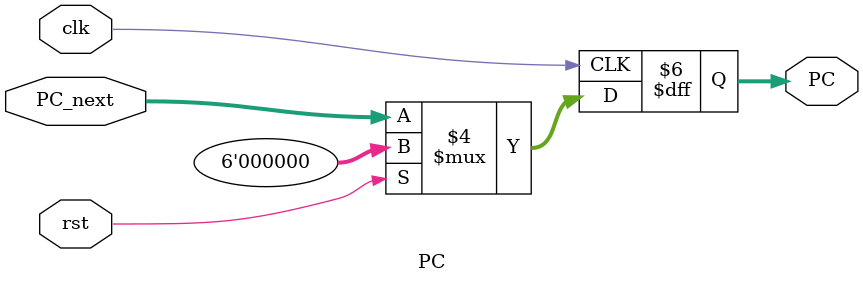
<source format=v>
module PC (input clk,
            input rst,
            input [5:0] PC_next,
            output reg [5:0] PC);

    initial begin
        PC = 0;
    end

    always @ (posedge clk) begin
        if (rst) begin
            PC <= 0;
        end else begin
            PC <= PC_next;
        end
    end
endmodule
</source>
